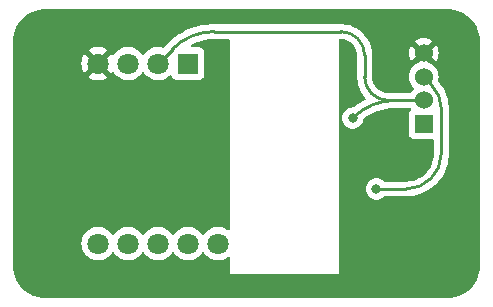
<source format=gbr>
G04 #@! TF.GenerationSoftware,KiCad,Pcbnew,7.0.8*
G04 #@! TF.CreationDate,2023-11-15T13:15:02+05:30*
G04 #@! TF.ProjectId,m5-atom-carrier-board,6d352d61-746f-46d2-9d63-617272696572,1*
G04 #@! TF.SameCoordinates,Original*
G04 #@! TF.FileFunction,Copper,L2,Bot*
G04 #@! TF.FilePolarity,Positive*
%FSLAX46Y46*%
G04 Gerber Fmt 4.6, Leading zero omitted, Abs format (unit mm)*
G04 Created by KiCad (PCBNEW 7.0.8) date 2023-11-15 13:15:02*
%MOMM*%
%LPD*%
G01*
G04 APERTURE LIST*
G04 #@! TA.AperFunction,ComponentPad*
%ADD10R,1.800000X1.800000*%
G04 #@! TD*
G04 #@! TA.AperFunction,ComponentPad*
%ADD11C,1.800000*%
G04 #@! TD*
G04 #@! TA.AperFunction,ComponentPad*
%ADD12R,1.524000X1.524000*%
G04 #@! TD*
G04 #@! TA.AperFunction,ComponentPad*
%ADD13C,1.524000*%
G04 #@! TD*
G04 #@! TA.AperFunction,ViaPad*
%ADD14C,0.800000*%
G04 #@! TD*
G04 #@! TA.AperFunction,Conductor*
%ADD15C,0.250000*%
G04 #@! TD*
G04 APERTURE END LIST*
D10*
X95040000Y-54880000D03*
D11*
X92500000Y-54880000D03*
X89960000Y-54880000D03*
X87420000Y-54880000D03*
X87420000Y-70120000D03*
X89960000Y-70120000D03*
X92500000Y-70120000D03*
X95040000Y-70120000D03*
X97580000Y-70120000D03*
D12*
X115000000Y-60000000D03*
D13*
X115000000Y-58000000D03*
X115000000Y-56000000D03*
X115000000Y-54000000D03*
D14*
X111000000Y-71900000D03*
X109000000Y-59500000D03*
X111000000Y-65500000D03*
D15*
X97276068Y-52175000D02*
X108000000Y-52175000D01*
X92500000Y-54880000D02*
X93740534Y-53639466D01*
X112000000Y-58000000D02*
X115000000Y-58000000D01*
X109000000Y-59500000D02*
X109035534Y-59464466D01*
X110000000Y-54175000D02*
X110000000Y-56000000D01*
X110000000Y-56000000D02*
G75*
G03*
X112000000Y-58000000I2000000J0D01*
G01*
X97276068Y-52175019D02*
G75*
G03*
X93740534Y-53639466I-68J-4999881D01*
G01*
X112571068Y-57999978D02*
G75*
G03*
X109035535Y-59464467I32J-5000022D01*
G01*
X110000000Y-54175000D02*
G75*
G03*
X108000000Y-52175000I-2000000J0D01*
G01*
X115000000Y-56000000D02*
X115621320Y-56621320D01*
X116500000Y-58742641D02*
X116500000Y-62500000D01*
X113500000Y-65500000D02*
X111000000Y-65500000D01*
X113500000Y-65500000D02*
G75*
G03*
X116500000Y-62500000I0J3000000D01*
G01*
X116499983Y-58742641D02*
G75*
G03*
X115621320Y-56621320I-3000183J-59D01*
G01*
G04 #@! TA.AperFunction,Conductor*
G36*
X117001735Y-50250598D02*
G01*
X117152467Y-50259062D01*
X117304376Y-50267593D01*
X117311269Y-50268369D01*
X117552899Y-50309424D01*
X117608383Y-50318852D01*
X117615167Y-50320400D01*
X117904756Y-50403829D01*
X117911320Y-50406126D01*
X118189754Y-50521456D01*
X118196002Y-50524466D01*
X118384070Y-50628407D01*
X118459771Y-50670246D01*
X118465663Y-50673948D01*
X118711441Y-50848337D01*
X118716882Y-50852675D01*
X118941591Y-51053488D01*
X118946511Y-51058408D01*
X119147324Y-51283117D01*
X119151662Y-51288558D01*
X119326051Y-51534336D01*
X119329753Y-51540228D01*
X119475529Y-51803988D01*
X119478546Y-51810253D01*
X119520818Y-51912307D01*
X119593872Y-52088676D01*
X119596170Y-52095243D01*
X119679599Y-52384832D01*
X119681147Y-52391616D01*
X119731628Y-52688718D01*
X119732407Y-52695632D01*
X119749402Y-52998264D01*
X119749500Y-53001741D01*
X119749500Y-71998258D01*
X119749402Y-72001735D01*
X119732407Y-72304367D01*
X119731628Y-72311281D01*
X119681147Y-72608383D01*
X119679599Y-72615167D01*
X119596170Y-72904756D01*
X119593872Y-72911323D01*
X119478548Y-73189742D01*
X119475529Y-73196011D01*
X119329753Y-73459771D01*
X119326051Y-73465663D01*
X119151662Y-73711441D01*
X119147324Y-73716882D01*
X118946511Y-73941591D01*
X118941591Y-73946511D01*
X118716882Y-74147324D01*
X118711441Y-74151662D01*
X118465663Y-74326051D01*
X118459771Y-74329753D01*
X118196011Y-74475529D01*
X118189742Y-74478548D01*
X117911323Y-74593872D01*
X117904756Y-74596170D01*
X117615167Y-74679599D01*
X117608383Y-74681147D01*
X117311281Y-74731628D01*
X117304367Y-74732407D01*
X117001735Y-74749402D01*
X116998258Y-74749500D01*
X83001742Y-74749500D01*
X82998265Y-74749402D01*
X82695632Y-74732407D01*
X82688718Y-74731628D01*
X82391616Y-74681147D01*
X82384832Y-74679599D01*
X82095243Y-74596170D01*
X82088676Y-74593872D01*
X81912307Y-74520818D01*
X81810253Y-74478546D01*
X81803988Y-74475529D01*
X81540228Y-74329753D01*
X81534336Y-74326051D01*
X81288558Y-74151662D01*
X81283117Y-74147324D01*
X81058408Y-73946511D01*
X81053488Y-73941591D01*
X80852675Y-73716882D01*
X80848337Y-73711441D01*
X80673948Y-73465663D01*
X80670246Y-73459771D01*
X80628407Y-73384070D01*
X80524466Y-73196002D01*
X80521456Y-73189754D01*
X80406126Y-72911320D01*
X80403829Y-72904756D01*
X80320400Y-72615167D01*
X80318852Y-72608383D01*
X80301998Y-72509188D01*
X80268369Y-72311269D01*
X80267593Y-72304376D01*
X80259062Y-72152467D01*
X80250598Y-72001735D01*
X80250500Y-71998258D01*
X80250500Y-70120006D01*
X86014700Y-70120006D01*
X86033864Y-70351297D01*
X86033866Y-70351308D01*
X86090842Y-70576300D01*
X86184075Y-70788848D01*
X86311016Y-70983147D01*
X86311019Y-70983151D01*
X86311021Y-70983153D01*
X86468216Y-71153913D01*
X86468219Y-71153915D01*
X86468222Y-71153918D01*
X86651365Y-71296464D01*
X86651371Y-71296468D01*
X86651374Y-71296470D01*
X86855497Y-71406936D01*
X86969487Y-71446068D01*
X87075015Y-71482297D01*
X87075017Y-71482297D01*
X87075019Y-71482298D01*
X87303951Y-71520500D01*
X87303952Y-71520500D01*
X87536048Y-71520500D01*
X87536049Y-71520500D01*
X87764981Y-71482298D01*
X87984503Y-71406936D01*
X88188626Y-71296470D01*
X88193081Y-71293003D01*
X88272783Y-71230968D01*
X88371784Y-71153913D01*
X88528979Y-70983153D01*
X88586191Y-70895582D01*
X88639337Y-70850226D01*
X88708568Y-70840802D01*
X88771904Y-70870304D01*
X88793809Y-70895583D01*
X88851016Y-70983147D01*
X88851019Y-70983151D01*
X88851021Y-70983153D01*
X89008216Y-71153913D01*
X89008219Y-71153915D01*
X89008222Y-71153918D01*
X89191365Y-71296464D01*
X89191371Y-71296468D01*
X89191374Y-71296470D01*
X89395497Y-71406936D01*
X89509487Y-71446068D01*
X89615015Y-71482297D01*
X89615017Y-71482297D01*
X89615019Y-71482298D01*
X89843951Y-71520500D01*
X89843952Y-71520500D01*
X90076048Y-71520500D01*
X90076049Y-71520500D01*
X90304981Y-71482298D01*
X90524503Y-71406936D01*
X90728626Y-71296470D01*
X90733081Y-71293003D01*
X90812783Y-71230968D01*
X90911784Y-71153913D01*
X91068979Y-70983153D01*
X91126191Y-70895582D01*
X91179337Y-70850226D01*
X91248568Y-70840802D01*
X91311904Y-70870304D01*
X91333809Y-70895583D01*
X91391016Y-70983147D01*
X91391019Y-70983151D01*
X91391021Y-70983153D01*
X91548216Y-71153913D01*
X91548219Y-71153915D01*
X91548222Y-71153918D01*
X91731365Y-71296464D01*
X91731371Y-71296468D01*
X91731374Y-71296470D01*
X91935497Y-71406936D01*
X92049487Y-71446068D01*
X92155015Y-71482297D01*
X92155017Y-71482297D01*
X92155019Y-71482298D01*
X92383951Y-71520500D01*
X92383952Y-71520500D01*
X92616048Y-71520500D01*
X92616049Y-71520500D01*
X92844981Y-71482298D01*
X93064503Y-71406936D01*
X93268626Y-71296470D01*
X93273081Y-71293003D01*
X93352783Y-71230968D01*
X93451784Y-71153913D01*
X93608979Y-70983153D01*
X93666191Y-70895582D01*
X93719337Y-70850226D01*
X93788568Y-70840802D01*
X93851904Y-70870304D01*
X93873809Y-70895583D01*
X93931016Y-70983147D01*
X93931019Y-70983151D01*
X93931021Y-70983153D01*
X94088216Y-71153913D01*
X94088219Y-71153915D01*
X94088222Y-71153918D01*
X94271365Y-71296464D01*
X94271371Y-71296468D01*
X94271374Y-71296470D01*
X94475497Y-71406936D01*
X94589487Y-71446068D01*
X94695015Y-71482297D01*
X94695017Y-71482297D01*
X94695019Y-71482298D01*
X94923951Y-71520500D01*
X94923952Y-71520500D01*
X95156048Y-71520500D01*
X95156049Y-71520500D01*
X95384981Y-71482298D01*
X95604503Y-71406936D01*
X95808626Y-71296470D01*
X95813081Y-71293003D01*
X95892783Y-71230968D01*
X95991784Y-71153913D01*
X96148979Y-70983153D01*
X96206191Y-70895582D01*
X96259337Y-70850226D01*
X96328568Y-70840802D01*
X96391904Y-70870304D01*
X96413809Y-70895583D01*
X96471016Y-70983147D01*
X96471019Y-70983151D01*
X96471021Y-70983153D01*
X96628216Y-71153913D01*
X96628219Y-71153915D01*
X96628222Y-71153918D01*
X96811365Y-71296464D01*
X96811371Y-71296468D01*
X96811374Y-71296470D01*
X97015497Y-71406936D01*
X97129487Y-71446068D01*
X97235015Y-71482297D01*
X97235017Y-71482297D01*
X97235019Y-71482298D01*
X97463951Y-71520500D01*
X97463952Y-71520500D01*
X97696048Y-71520500D01*
X97696049Y-71520500D01*
X97924981Y-71482298D01*
X98144503Y-71406936D01*
X98348626Y-71296470D01*
X98399837Y-71256610D01*
X98464831Y-71230968D01*
X98533371Y-71244534D01*
X98583696Y-71293003D01*
X98600000Y-71354464D01*
X98600000Y-72700000D01*
X107800000Y-72700000D01*
X107800000Y-52924500D01*
X107819685Y-52857461D01*
X107872489Y-52811706D01*
X107924000Y-52800500D01*
X107924051Y-52800500D01*
X107997560Y-52800500D01*
X108002426Y-52800691D01*
X108039712Y-52803625D01*
X108205294Y-52816656D01*
X108224504Y-52819699D01*
X108415261Y-52865496D01*
X108433753Y-52871504D01*
X108509782Y-52902997D01*
X108614990Y-52946576D01*
X108632326Y-52955409D01*
X108799592Y-53057908D01*
X108815329Y-53069341D01*
X108931635Y-53168677D01*
X108964497Y-53196744D01*
X108978255Y-53210502D01*
X109105656Y-53359668D01*
X109117091Y-53375407D01*
X109219590Y-53542673D01*
X109228423Y-53560009D01*
X109303492Y-53741239D01*
X109309505Y-53759745D01*
X109355299Y-53950490D01*
X109358343Y-53969708D01*
X109374309Y-54172574D01*
X109374500Y-54177440D01*
X109374500Y-56147451D01*
X109407514Y-56440466D01*
X109407517Y-56440484D01*
X109473135Y-56727976D01*
X109473139Y-56727988D01*
X109570533Y-57006322D01*
X109698478Y-57272002D01*
X109722043Y-57309505D01*
X109855371Y-57521695D01*
X109992537Y-57693696D01*
X110039231Y-57752249D01*
X110067026Y-57780044D01*
X110100511Y-57841367D01*
X110095527Y-57911059D01*
X110053655Y-57966992D01*
X110035641Y-57978209D01*
X109839111Y-58078348D01*
X109820204Y-58087982D01*
X109650134Y-58192202D01*
X109443297Y-58318953D01*
X109443293Y-58318956D01*
X109089755Y-58575818D01*
X109023952Y-58599298D01*
X109016872Y-58599500D01*
X108905354Y-58599500D01*
X108872897Y-58606398D01*
X108720197Y-58638855D01*
X108720192Y-58638857D01*
X108547270Y-58715848D01*
X108547265Y-58715851D01*
X108394129Y-58827111D01*
X108267466Y-58967785D01*
X108172821Y-59131715D01*
X108172818Y-59131722D01*
X108114327Y-59311740D01*
X108114326Y-59311744D01*
X108094540Y-59500000D01*
X108114326Y-59688256D01*
X108114327Y-59688259D01*
X108172818Y-59868277D01*
X108172821Y-59868284D01*
X108267467Y-60032216D01*
X108394129Y-60172888D01*
X108547265Y-60284148D01*
X108547270Y-60284151D01*
X108720192Y-60361142D01*
X108720197Y-60361144D01*
X108905354Y-60400500D01*
X108905355Y-60400500D01*
X109094644Y-60400500D01*
X109094646Y-60400500D01*
X109279803Y-60361144D01*
X109452730Y-60284151D01*
X109605871Y-60172888D01*
X109732533Y-60032216D01*
X109827179Y-59868284D01*
X109885674Y-59688256D01*
X109895695Y-59592902D01*
X109922279Y-59528289D01*
X109943525Y-59507492D01*
X110059818Y-59418257D01*
X110064242Y-59415160D01*
X110381560Y-59213002D01*
X110386195Y-59210326D01*
X110719936Y-59036590D01*
X110724821Y-59034314D01*
X111072401Y-58890338D01*
X111077480Y-58888488D01*
X111436291Y-58775355D01*
X111441495Y-58773960D01*
X111808811Y-58692525D01*
X111814114Y-58691589D01*
X112187138Y-58642478D01*
X112192489Y-58642009D01*
X112570568Y-58625500D01*
X112571072Y-58625500D01*
X113832201Y-58625500D01*
X113899240Y-58645185D01*
X113933778Y-58678380D01*
X113939373Y-58686371D01*
X113961699Y-58752577D01*
X113944686Y-58820344D01*
X113912109Y-58856756D01*
X113880454Y-58880453D01*
X113880452Y-58880455D01*
X113794206Y-58995664D01*
X113794202Y-58995671D01*
X113743908Y-59130517D01*
X113737501Y-59190116D01*
X113737500Y-59190135D01*
X113737500Y-60809870D01*
X113737501Y-60809876D01*
X113743908Y-60869483D01*
X113794202Y-61004328D01*
X113794206Y-61004335D01*
X113880452Y-61119544D01*
X113880455Y-61119547D01*
X113995664Y-61205793D01*
X113995671Y-61205797D01*
X114130517Y-61256091D01*
X114130516Y-61256091D01*
X114137444Y-61256835D01*
X114190127Y-61262500D01*
X115750500Y-61262499D01*
X115817539Y-61282184D01*
X115863294Y-61334987D01*
X115874500Y-61386499D01*
X115874500Y-62498122D01*
X115874387Y-62501867D01*
X115857412Y-62782467D01*
X115856509Y-62789906D01*
X115806175Y-63064568D01*
X115804382Y-63071844D01*
X115721315Y-63338418D01*
X115718657Y-63345425D01*
X115604055Y-63600062D01*
X115600572Y-63606697D01*
X115456117Y-63845657D01*
X115451860Y-63851825D01*
X115279651Y-64071633D01*
X115274682Y-64077242D01*
X115077242Y-64274682D01*
X115071633Y-64279651D01*
X114851825Y-64451860D01*
X114845657Y-64456117D01*
X114606697Y-64600572D01*
X114600062Y-64604055D01*
X114345425Y-64718657D01*
X114338418Y-64721315D01*
X114071844Y-64804382D01*
X114064568Y-64806175D01*
X113789906Y-64856509D01*
X113782467Y-64857412D01*
X113501867Y-64874387D01*
X113498122Y-64874500D01*
X111703748Y-64874500D01*
X111636709Y-64854815D01*
X111611600Y-64833474D01*
X111605873Y-64827114D01*
X111605869Y-64827110D01*
X111452734Y-64715851D01*
X111452729Y-64715848D01*
X111279807Y-64638857D01*
X111279802Y-64638855D01*
X111134001Y-64607865D01*
X111094646Y-64599500D01*
X110905354Y-64599500D01*
X110872897Y-64606398D01*
X110720197Y-64638855D01*
X110720192Y-64638857D01*
X110547270Y-64715848D01*
X110547265Y-64715851D01*
X110394129Y-64827111D01*
X110267466Y-64967785D01*
X110172821Y-65131715D01*
X110172818Y-65131722D01*
X110114327Y-65311740D01*
X110114326Y-65311744D01*
X110094540Y-65500000D01*
X110114326Y-65688256D01*
X110114327Y-65688259D01*
X110172818Y-65868277D01*
X110172821Y-65868284D01*
X110267467Y-66032216D01*
X110388401Y-66166526D01*
X110394129Y-66172888D01*
X110547265Y-66284148D01*
X110547270Y-66284151D01*
X110720192Y-66361142D01*
X110720197Y-66361144D01*
X110905354Y-66400500D01*
X110905355Y-66400500D01*
X111094644Y-66400500D01*
X111094646Y-66400500D01*
X111279803Y-66361144D01*
X111452730Y-66284151D01*
X111605871Y-66172888D01*
X111608788Y-66169647D01*
X111611600Y-66166526D01*
X111671087Y-66129879D01*
X111703748Y-66125500D01*
X113678106Y-66125500D01*
X113678109Y-66125500D01*
X114032613Y-66090584D01*
X114205544Y-66056185D01*
X114381966Y-66021094D01*
X114381977Y-66021091D01*
X114381977Y-66021090D01*
X114381987Y-66021089D01*
X114722867Y-65917684D01*
X115051970Y-65781365D01*
X115366127Y-65613445D01*
X115662312Y-65415541D01*
X115937673Y-65189558D01*
X116189558Y-64937673D01*
X116415541Y-64662312D01*
X116613445Y-64366127D01*
X116781365Y-64051970D01*
X116917684Y-63722867D01*
X117021089Y-63381987D01*
X117021091Y-63381977D01*
X117021094Y-63381966D01*
X117083494Y-63068255D01*
X117090584Y-63032613D01*
X117125500Y-62678109D01*
X117125500Y-62500000D01*
X117125500Y-62424051D01*
X117125500Y-58818582D01*
X117125501Y-58818578D01*
X117125500Y-58742629D01*
X117125500Y-58703291D01*
X117125500Y-58701679D01*
X117125481Y-58701147D01*
X117125481Y-58564522D01*
X117090561Y-58210025D01*
X117021065Y-57860657D01*
X116917662Y-57519782D01*
X116781347Y-57190684D01*
X116613434Y-56876530D01*
X116415538Y-56580346D01*
X116256920Y-56387059D01*
X116229608Y-56322749D01*
X116233000Y-56276305D01*
X116248070Y-56220068D01*
X116267323Y-56000000D01*
X116267109Y-55997559D01*
X116248070Y-55779937D01*
X116248070Y-55779932D01*
X116190894Y-55566550D01*
X116097534Y-55366339D01*
X115970826Y-55185380D01*
X115814620Y-55029174D01*
X115814616Y-55029171D01*
X115814615Y-55029170D01*
X115633666Y-54902468D01*
X115633662Y-54902466D01*
X115494677Y-54837656D01*
X115459401Y-54812955D01*
X115027448Y-54381000D01*
X115031569Y-54381000D01*
X115125421Y-54365339D01*
X115237251Y-54304820D01*
X115323371Y-54211269D01*
X115374448Y-54094823D01*
X115380105Y-54026552D01*
X116051740Y-54698187D01*
X116051742Y-54698186D01*
X116097093Y-54633420D01*
X116097100Y-54633408D01*
X116190419Y-54433284D01*
X116190424Y-54433270D01*
X116247573Y-54219986D01*
X116247575Y-54219976D01*
X116266821Y-54000000D01*
X116266821Y-53999999D01*
X116247575Y-53780023D01*
X116247573Y-53780013D01*
X116190424Y-53566729D01*
X116190420Y-53566720D01*
X116097098Y-53366590D01*
X116051740Y-53301811D01*
X115384903Y-53968648D01*
X115384949Y-53968102D01*
X115353734Y-53844838D01*
X115284187Y-53738388D01*
X115183843Y-53660287D01*
X115063578Y-53619000D01*
X115027447Y-53619000D01*
X115698187Y-52948258D01*
X115633409Y-52902900D01*
X115633407Y-52902899D01*
X115433284Y-52809580D01*
X115433270Y-52809575D01*
X115219986Y-52752426D01*
X115219976Y-52752424D01*
X115000001Y-52733179D01*
X114999999Y-52733179D01*
X114780023Y-52752424D01*
X114780013Y-52752426D01*
X114566729Y-52809575D01*
X114566720Y-52809579D01*
X114366586Y-52902903D01*
X114301812Y-52948257D01*
X114301811Y-52948258D01*
X114972554Y-53619000D01*
X114968431Y-53619000D01*
X114874579Y-53634661D01*
X114762749Y-53695180D01*
X114676629Y-53788731D01*
X114625552Y-53905177D01*
X114619894Y-53973447D01*
X113948258Y-53301811D01*
X113948257Y-53301812D01*
X113902903Y-53366586D01*
X113809579Y-53566720D01*
X113809575Y-53566729D01*
X113752426Y-53780013D01*
X113752424Y-53780023D01*
X113733179Y-53999999D01*
X113733179Y-54000000D01*
X113752424Y-54219976D01*
X113752426Y-54219986D01*
X113809575Y-54433270D01*
X113809580Y-54433284D01*
X113902899Y-54633407D01*
X113902900Y-54633409D01*
X113948258Y-54698187D01*
X114615096Y-54031349D01*
X114615051Y-54031898D01*
X114646266Y-54155162D01*
X114715813Y-54261612D01*
X114816157Y-54339713D01*
X114936422Y-54381000D01*
X114972553Y-54381000D01*
X114540597Y-54812955D01*
X114505322Y-54837656D01*
X114366339Y-54902465D01*
X114185377Y-55029175D01*
X114029175Y-55185377D01*
X113902466Y-55366338D01*
X113902465Y-55366340D01*
X113809107Y-55566548D01*
X113809104Y-55566554D01*
X113751930Y-55779929D01*
X113751929Y-55779937D01*
X113732677Y-55999997D01*
X113732677Y-56000002D01*
X113751929Y-56220062D01*
X113751930Y-56220070D01*
X113809104Y-56433445D01*
X113809105Y-56433447D01*
X113809106Y-56433450D01*
X113893759Y-56614990D01*
X113902466Y-56633662D01*
X113902468Y-56633666D01*
X114029170Y-56814615D01*
X114029175Y-56814621D01*
X114126872Y-56912318D01*
X114160357Y-56973641D01*
X114155373Y-57043333D01*
X114126873Y-57087680D01*
X114029172Y-57185381D01*
X113933776Y-57321623D01*
X113879199Y-57365248D01*
X113832201Y-57374500D01*
X112622448Y-57374500D01*
X112622373Y-57374478D01*
X112571064Y-57374478D01*
X112350062Y-57374479D01*
X112350031Y-57374480D01*
X112349520Y-57374500D01*
X112002440Y-57374500D01*
X111997574Y-57374309D01*
X111794708Y-57358343D01*
X111775490Y-57355299D01*
X111584745Y-57309505D01*
X111566239Y-57303492D01*
X111385009Y-57228423D01*
X111367673Y-57219590D01*
X111200407Y-57117091D01*
X111184668Y-57105656D01*
X111035502Y-56978255D01*
X111021744Y-56964497D01*
X110997875Y-56936550D01*
X110894341Y-56815329D01*
X110882908Y-56799592D01*
X110780409Y-56632326D01*
X110771576Y-56614990D01*
X110750452Y-56563994D01*
X110696504Y-56433753D01*
X110690496Y-56415261D01*
X110644699Y-56224504D01*
X110641656Y-56205290D01*
X110638601Y-56166476D01*
X110627258Y-56022335D01*
X110625691Y-56002425D01*
X110625500Y-55997559D01*
X110625500Y-54027552D01*
X110625499Y-54027548D01*
X110624293Y-54016847D01*
X110608032Y-53872517D01*
X110592485Y-53734533D01*
X110592482Y-53734515D01*
X110590914Y-53727647D01*
X110526864Y-53447023D01*
X110429468Y-53168681D01*
X110301520Y-52902995D01*
X110144629Y-52653305D01*
X109960768Y-52422750D01*
X109752250Y-52214232D01*
X109521695Y-52030371D01*
X109272005Y-51873480D01*
X109272002Y-51873478D01*
X109006322Y-51745533D01*
X108727988Y-51648139D01*
X108727976Y-51648135D01*
X108440484Y-51582517D01*
X108440466Y-51582514D01*
X108147451Y-51549500D01*
X108147445Y-51549500D01*
X108079019Y-51549500D01*
X97236718Y-51549500D01*
X97235037Y-51549500D01*
X97234441Y-51549517D01*
X97055048Y-51549517D01*
X96614365Y-51584193D01*
X96614364Y-51584193D01*
X96177746Y-51653343D01*
X96177747Y-51653342D01*
X95747907Y-51756533D01*
X95529832Y-51827388D01*
X95327486Y-51893134D01*
X94919081Y-52062299D01*
X94525208Y-52262986D01*
X94148295Y-52493958D01*
X93928973Y-52653305D01*
X93790663Y-52753793D01*
X93454522Y-53040886D01*
X93437501Y-53057908D01*
X93354114Y-53141296D01*
X93292328Y-53203082D01*
X92998520Y-53496888D01*
X92937197Y-53530373D01*
X92870577Y-53526488D01*
X92844986Y-53517702D01*
X92654204Y-53485867D01*
X92616049Y-53479500D01*
X92383951Y-53479500D01*
X92345550Y-53485908D01*
X92155015Y-53517702D01*
X91935504Y-53593061D01*
X91935495Y-53593064D01*
X91731371Y-53703531D01*
X91731365Y-53703535D01*
X91548222Y-53846081D01*
X91548219Y-53846084D01*
X91548216Y-53846086D01*
X91548216Y-53846087D01*
X91523886Y-53872517D01*
X91391016Y-54016852D01*
X91333809Y-54104416D01*
X91280662Y-54149773D01*
X91211431Y-54159197D01*
X91148095Y-54129695D01*
X91126191Y-54104416D01*
X91068983Y-54016852D01*
X91068980Y-54016849D01*
X91068979Y-54016847D01*
X90911784Y-53846087D01*
X90911779Y-53846083D01*
X90911777Y-53846081D01*
X90728634Y-53703535D01*
X90728628Y-53703531D01*
X90524504Y-53593064D01*
X90524495Y-53593061D01*
X90304984Y-53517702D01*
X90114450Y-53485908D01*
X90076049Y-53479500D01*
X89843951Y-53479500D01*
X89805550Y-53485908D01*
X89615015Y-53517702D01*
X89395504Y-53593061D01*
X89395495Y-53593064D01*
X89191371Y-53703531D01*
X89191365Y-53703535D01*
X89008222Y-53846081D01*
X89008219Y-53846084D01*
X89008216Y-53846086D01*
X89008216Y-53846087D01*
X88894416Y-53969708D01*
X88851015Y-54016854D01*
X88793509Y-54104874D01*
X88740363Y-54150230D01*
X88671132Y-54159654D01*
X88607796Y-54130152D01*
X88585892Y-54104873D01*
X88571186Y-54082364D01*
X87864449Y-54789101D01*
X87863673Y-54778735D01*
X87814113Y-54652459D01*
X87729535Y-54546401D01*
X87617453Y-54469984D01*
X87509700Y-54436747D01*
X88218799Y-53727648D01*
X88218799Y-53727647D01*
X88188349Y-53703949D01*
X87984302Y-53593523D01*
X87984293Y-53593520D01*
X87764860Y-53518188D01*
X87536007Y-53480000D01*
X87303993Y-53480000D01*
X87075139Y-53518188D01*
X86855706Y-53593520D01*
X86855698Y-53593523D01*
X86651644Y-53703952D01*
X86621200Y-53727646D01*
X86621200Y-53727647D01*
X87331768Y-54438215D01*
X87285862Y-54445135D01*
X87163643Y-54503993D01*
X87064202Y-54596260D01*
X86996375Y-54713740D01*
X86978500Y-54792053D01*
X86268812Y-54082365D01*
X86184516Y-54211391D01*
X86184514Y-54211395D01*
X86091317Y-54423864D01*
X86034361Y-54648781D01*
X86015202Y-54879994D01*
X86015202Y-54880005D01*
X86034361Y-55111218D01*
X86091317Y-55336135D01*
X86184516Y-55548609D01*
X86268811Y-55677633D01*
X86975550Y-54970896D01*
X86976327Y-54981265D01*
X87025887Y-55107541D01*
X87110465Y-55213599D01*
X87222547Y-55290016D01*
X87330299Y-55323253D01*
X86621199Y-56032351D01*
X86651650Y-56056050D01*
X86855697Y-56166476D01*
X86855706Y-56166479D01*
X87075139Y-56241811D01*
X87303993Y-56280000D01*
X87536007Y-56280000D01*
X87764860Y-56241811D01*
X87984293Y-56166479D01*
X87984302Y-56166476D01*
X88188350Y-56056050D01*
X88218798Y-56032351D01*
X87508231Y-55321784D01*
X87554138Y-55314865D01*
X87676357Y-55256007D01*
X87775798Y-55163740D01*
X87843625Y-55046260D01*
X87861499Y-54967947D01*
X88571186Y-55677634D01*
X88585892Y-55655126D01*
X88639038Y-55609769D01*
X88708269Y-55600345D01*
X88771605Y-55629847D01*
X88793510Y-55655126D01*
X88851016Y-55743147D01*
X88851019Y-55743151D01*
X88851021Y-55743153D01*
X89008216Y-55913913D01*
X89008219Y-55913915D01*
X89008222Y-55913918D01*
X89191365Y-56056464D01*
X89191371Y-56056468D01*
X89191374Y-56056470D01*
X89341185Y-56137544D01*
X89394652Y-56166479D01*
X89395497Y-56166936D01*
X89507218Y-56205290D01*
X89615015Y-56242297D01*
X89615017Y-56242297D01*
X89615019Y-56242298D01*
X89843951Y-56280500D01*
X89843952Y-56280500D01*
X90076048Y-56280500D01*
X90076049Y-56280500D01*
X90304981Y-56242298D01*
X90524503Y-56166936D01*
X90728626Y-56056470D01*
X90911784Y-55913913D01*
X91068979Y-55743153D01*
X91126191Y-55655582D01*
X91179337Y-55610226D01*
X91248568Y-55600802D01*
X91311904Y-55630304D01*
X91333809Y-55655583D01*
X91391016Y-55743147D01*
X91391019Y-55743151D01*
X91391021Y-55743153D01*
X91548216Y-55913913D01*
X91548219Y-55913915D01*
X91548222Y-55913918D01*
X91731365Y-56056464D01*
X91731371Y-56056468D01*
X91731374Y-56056470D01*
X91881185Y-56137544D01*
X91934652Y-56166479D01*
X91935497Y-56166936D01*
X92047218Y-56205290D01*
X92155015Y-56242297D01*
X92155017Y-56242297D01*
X92155019Y-56242298D01*
X92383951Y-56280500D01*
X92383952Y-56280500D01*
X92616048Y-56280500D01*
X92616049Y-56280500D01*
X92844981Y-56242298D01*
X93064503Y-56166936D01*
X93268626Y-56056470D01*
X93451784Y-55913913D01*
X93460130Y-55904846D01*
X93520010Y-55868854D01*
X93589849Y-55870949D01*
X93647468Y-55910469D01*
X93667544Y-55945491D01*
X93696203Y-56022330D01*
X93696206Y-56022335D01*
X93782452Y-56137544D01*
X93782455Y-56137547D01*
X93897664Y-56223793D01*
X93897671Y-56223797D01*
X94032517Y-56274091D01*
X94032516Y-56274091D01*
X94039444Y-56274835D01*
X94092127Y-56280500D01*
X95987872Y-56280499D01*
X96047483Y-56274091D01*
X96182331Y-56223796D01*
X96297546Y-56137546D01*
X96383796Y-56022331D01*
X96434091Y-55887483D01*
X96440500Y-55827873D01*
X96440499Y-53932128D01*
X96434091Y-53872517D01*
X96424233Y-53846087D01*
X96383797Y-53737671D01*
X96383793Y-53737664D01*
X96297547Y-53622455D01*
X96297544Y-53622452D01*
X96182335Y-53536206D01*
X96182328Y-53536202D01*
X96047482Y-53485908D01*
X96047483Y-53485908D01*
X95987883Y-53479501D01*
X95987881Y-53479500D01*
X95987873Y-53479500D01*
X95987865Y-53479500D01*
X95417049Y-53479500D01*
X95350010Y-53459815D01*
X95304255Y-53407011D01*
X95294311Y-53337853D01*
X95323336Y-53274297D01*
X95359792Y-53245511D01*
X95424944Y-53211595D01*
X95429800Y-53209331D01*
X95777402Y-53065350D01*
X95782476Y-53063505D01*
X95872483Y-53035125D01*
X96141301Y-52950370D01*
X96146488Y-52948981D01*
X96513821Y-52867548D01*
X96519112Y-52866615D01*
X96831188Y-52825533D01*
X96892110Y-52817514D01*
X96897501Y-52817042D01*
X96906345Y-52816656D01*
X97276059Y-52800519D01*
X97276059Y-52800518D01*
X97276490Y-52800500D01*
X97352009Y-52800501D01*
X97352013Y-52800500D01*
X98476000Y-52800500D01*
X98543039Y-52820185D01*
X98588794Y-52872989D01*
X98600000Y-52924500D01*
X98600000Y-68885535D01*
X98580315Y-68952574D01*
X98527511Y-68998329D01*
X98458353Y-69008273D01*
X98399839Y-68983389D01*
X98348633Y-68943534D01*
X98348628Y-68943531D01*
X98144504Y-68833064D01*
X98144495Y-68833061D01*
X97924984Y-68757702D01*
X97753282Y-68729050D01*
X97696049Y-68719500D01*
X97463951Y-68719500D01*
X97418164Y-68727140D01*
X97235015Y-68757702D01*
X97015504Y-68833061D01*
X97015495Y-68833064D01*
X96811371Y-68943531D01*
X96811365Y-68943535D01*
X96628222Y-69086081D01*
X96628219Y-69086084D01*
X96471016Y-69256852D01*
X96413809Y-69344416D01*
X96360662Y-69389773D01*
X96291431Y-69399197D01*
X96228095Y-69369695D01*
X96206191Y-69344416D01*
X96148983Y-69256852D01*
X96148980Y-69256849D01*
X96148979Y-69256847D01*
X95991784Y-69086087D01*
X95991779Y-69086083D01*
X95991777Y-69086081D01*
X95808634Y-68943535D01*
X95808628Y-68943531D01*
X95604504Y-68833064D01*
X95604495Y-68833061D01*
X95384984Y-68757702D01*
X95213282Y-68729050D01*
X95156049Y-68719500D01*
X94923951Y-68719500D01*
X94878164Y-68727140D01*
X94695015Y-68757702D01*
X94475504Y-68833061D01*
X94475495Y-68833064D01*
X94271371Y-68943531D01*
X94271365Y-68943535D01*
X94088222Y-69086081D01*
X94088219Y-69086084D01*
X93931016Y-69256852D01*
X93873809Y-69344416D01*
X93820662Y-69389773D01*
X93751431Y-69399197D01*
X93688095Y-69369695D01*
X93666191Y-69344416D01*
X93608983Y-69256852D01*
X93608980Y-69256849D01*
X93608979Y-69256847D01*
X93451784Y-69086087D01*
X93451779Y-69086083D01*
X93451777Y-69086081D01*
X93268634Y-68943535D01*
X93268628Y-68943531D01*
X93064504Y-68833064D01*
X93064495Y-68833061D01*
X92844984Y-68757702D01*
X92673282Y-68729050D01*
X92616049Y-68719500D01*
X92383951Y-68719500D01*
X92338164Y-68727140D01*
X92155015Y-68757702D01*
X91935504Y-68833061D01*
X91935495Y-68833064D01*
X91731371Y-68943531D01*
X91731365Y-68943535D01*
X91548222Y-69086081D01*
X91548219Y-69086084D01*
X91391016Y-69256852D01*
X91333809Y-69344416D01*
X91280662Y-69389773D01*
X91211431Y-69399197D01*
X91148095Y-69369695D01*
X91126191Y-69344416D01*
X91068983Y-69256852D01*
X91068980Y-69256849D01*
X91068979Y-69256847D01*
X90911784Y-69086087D01*
X90911779Y-69086083D01*
X90911777Y-69086081D01*
X90728634Y-68943535D01*
X90728628Y-68943531D01*
X90524504Y-68833064D01*
X90524495Y-68833061D01*
X90304984Y-68757702D01*
X90133282Y-68729050D01*
X90076049Y-68719500D01*
X89843951Y-68719500D01*
X89798164Y-68727140D01*
X89615015Y-68757702D01*
X89395504Y-68833061D01*
X89395495Y-68833064D01*
X89191371Y-68943531D01*
X89191365Y-68943535D01*
X89008222Y-69086081D01*
X89008219Y-69086084D01*
X88851016Y-69256852D01*
X88793809Y-69344416D01*
X88740662Y-69389773D01*
X88671431Y-69399197D01*
X88608095Y-69369695D01*
X88586191Y-69344416D01*
X88528983Y-69256852D01*
X88528980Y-69256849D01*
X88528979Y-69256847D01*
X88371784Y-69086087D01*
X88371779Y-69086083D01*
X88371777Y-69086081D01*
X88188634Y-68943535D01*
X88188628Y-68943531D01*
X87984504Y-68833064D01*
X87984495Y-68833061D01*
X87764984Y-68757702D01*
X87593282Y-68729050D01*
X87536049Y-68719500D01*
X87303951Y-68719500D01*
X87258164Y-68727140D01*
X87075015Y-68757702D01*
X86855504Y-68833061D01*
X86855495Y-68833064D01*
X86651371Y-68943531D01*
X86651365Y-68943535D01*
X86468222Y-69086081D01*
X86468219Y-69086084D01*
X86311016Y-69256852D01*
X86184075Y-69451151D01*
X86090842Y-69663699D01*
X86033866Y-69888691D01*
X86033864Y-69888702D01*
X86014700Y-70119993D01*
X86014700Y-70120006D01*
X80250500Y-70120006D01*
X80250500Y-53001741D01*
X80250598Y-52998264D01*
X80258505Y-52857461D01*
X80267593Y-52695621D01*
X80268369Y-52688732D01*
X80318852Y-52391615D01*
X80320400Y-52384832D01*
X80403830Y-52095237D01*
X80406123Y-52088685D01*
X80521459Y-51810238D01*
X80524462Y-51804003D01*
X80670248Y-51540223D01*
X80673944Y-51534342D01*
X80848337Y-51288558D01*
X80852669Y-51283124D01*
X81053490Y-51058405D01*
X81058408Y-51053488D01*
X81172435Y-50951587D01*
X81283124Y-50852669D01*
X81288558Y-50848337D01*
X81361243Y-50796763D01*
X81534342Y-50673944D01*
X81540223Y-50670248D01*
X81804003Y-50524462D01*
X81810238Y-50521459D01*
X82088685Y-50406123D01*
X82095237Y-50403830D01*
X82384836Y-50320399D01*
X82391616Y-50318852D01*
X82688732Y-50268369D01*
X82695621Y-50267593D01*
X82854630Y-50258663D01*
X82998265Y-50250598D01*
X83001742Y-50250500D01*
X83044170Y-50250500D01*
X116955830Y-50250500D01*
X116998258Y-50250500D01*
X117001735Y-50250598D01*
G37*
G04 #@! TD.AperFunction*
M02*

</source>
